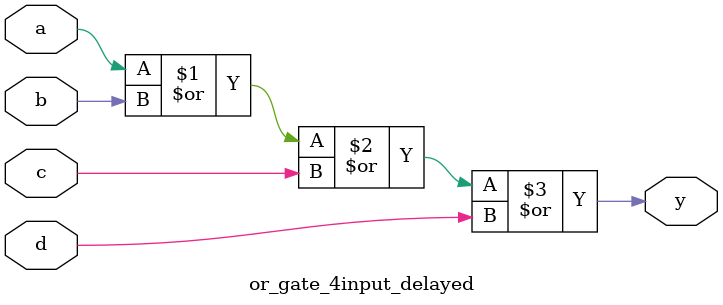
<source format=sv>
module or_gate_4input_delayed (
    input wire a,
    input wire b,
    input wire c,
    input wire d,
    output wire y
);
    assign #5 y = a | b | c | d;  // 延迟5单位时间
endmodule

</source>
